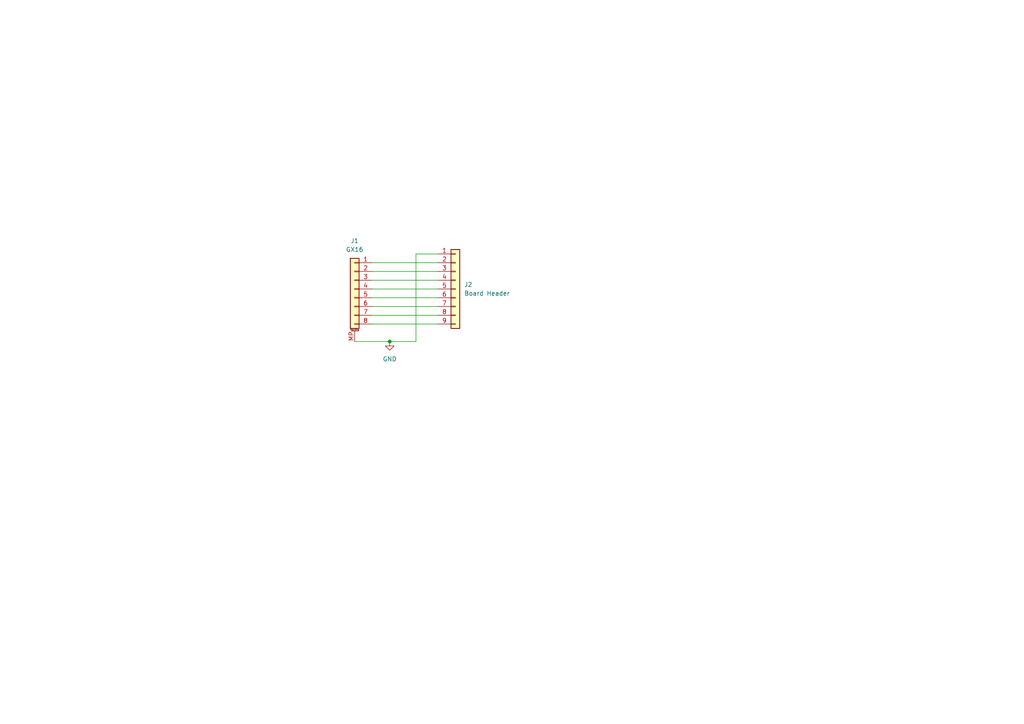
<source format=kicad_sch>
(kicad_sch (version 20211123) (generator eeschema)
  (paper "A4")
  (lib_symbols
    (symbol "Connector_Generic:Conn_01x09" (pin_names (offset 1.016) hide)
      (property "Reference" "J" (at 0 12.7 0))
      (property "Value" "Conn_01x09" (at 0 -12.7 0))
      (symbol "Conn_01x09_1_1"
        (rectangle (start -1.27 -10.033) (end 0 -10.287) (stroke (width 0.1524)))
        (rectangle (start -1.27 -7.493) (end 0 -7.747) (stroke (width 0.1524)))
        (rectangle (start -1.27 -4.953) (end 0 -5.207) (stroke (width 0.1524)))
        (rectangle (start -1.27 -2.413) (end 0 -2.667) (stroke (width 0.1524)))
        (rectangle (start -1.27 0.127) (end 0 -0.127) (stroke (width 0.1524)))
        (rectangle (start -1.27 2.667) (end 0 2.413) (stroke (width 0.1524)))
        (rectangle (start -1.27 5.207) (end 0 4.953) (stroke (width 0.1524)))
        (rectangle (start -1.27 7.747) (end 0 7.493) (stroke (width 0.1524)))
        (rectangle (start -1.27 10.287) (end 0 10.033) (stroke (width 0.1524)))
        (rectangle (start -1.27 11.43) (end 1.27 -11.43) (stroke (width 0.254)) (fill (type background)))
        (pin passive line (at -5.08 10.16 0) (length 3.81) (name "Pin_1") (number "1"))
        (pin passive line (at -5.08 7.62 0) (length 3.81) (name "Pin_2") (number "2"))
        (pin passive line (at -5.08 5.08 0) (length 3.81) (name "Pin_3") (number "3"))
        (pin passive line (at -5.08 2.54 0) (length 3.81) (name "Pin_4") (number "4"))
        (pin passive line (at -5.08 0 0) (length 3.81) (name "Pin_5") (number "5"))
        (pin passive line (at -5.08 -2.54 0) (length 3.81) (name "Pin_6") (number "6"))
        (pin passive line (at -5.08 -5.08 0) (length 3.81) (name "Pin_7") (number "7"))
        (pin passive line (at -5.08 -7.62 0) (length 3.81) (name "Pin_8") (number "8"))
        (pin passive line (at -5.08 -10.16 0) (length 3.81) (name "Pin_9") (number "9"))
      )
    )
    (symbol "Connector_Generic_MountingPin:Conn_01x08_MountingPin" (pin_names (offset 1.016) hide)
      (property "Reference" "J" (at 0 10.16 0))
      (property "Value" "Conn_01x08_MountingPin" (at 1.27 -12.7 0))
      (symbol "Conn_01x08_MountingPin_1_1"
        (rectangle (start -1.27 -10.033) (end 0 -10.287) (stroke (width 0.1524)))
        (rectangle (start -1.27 -7.493) (end 0 -7.747) (stroke (width 0.1524)))
        (rectangle (start -1.27 -4.953) (end 0 -5.207) (stroke (width 0.1524)))
        (rectangle (start -1.27 -2.413) (end 0 -2.667) (stroke (width 0.1524)))
        (rectangle (start -1.27 0.127) (end 0 -0.127) (stroke (width 0.1524)))
        (rectangle (start -1.27 2.667) (end 0 2.413) (stroke (width 0.1524)))
        (rectangle (start -1.27 5.207) (end 0 4.953) (stroke (width 0.1524)))
        (rectangle (start -1.27 7.747) (end 0 7.493) (stroke (width 0.1524)))
        (rectangle (start -1.27 8.89) (end 1.27 -11.43) (stroke (width 0.254)) (fill (type background)))
        (polyline (pts (xy -1.016 -12.192) (xy 1.016 -12.192)) (stroke (width 0.1524)))
        (text "Mounting" (at 0 -11.811 0) (effects (font (size 0.381 0.381))))
        (pin passive line (at -5.08 7.62 0) (length 3.81) (name "Pin_1") (number "1"))
        (pin passive line (at -5.08 5.08 0) (length 3.81) (name "Pin_2") (number "2"))
        (pin passive line (at -5.08 2.54 0) (length 3.81) (name "Pin_3") (number "3"))
        (pin passive line (at -5.08 0 0) (length 3.81) (name "Pin_4") (number "4"))
        (pin passive line (at -5.08 -2.54 0) (length 3.81) (name "Pin_5") (number "5"))
        (pin passive line (at -5.08 -5.08 0) (length 3.81) (name "Pin_6") (number "6"))
        (pin passive line (at -5.08 -7.62 0) (length 3.81) (name "Pin_7") (number "7"))
        (pin passive line (at -5.08 -10.16 0) (length 3.81) (name "Pin_8") (number "8"))
        (pin passive line (at 0 -15.24 90) (length 3.048) (name "MountPin") (number "MP"))
      )
    )
    (symbol "power:GND" (power) (pin_names (offset 0))
      (property "Value" "GND" (at 0 -3.81 0))
      (symbol "GND_0_1"
        (polyline (pts (xy 0 0) (xy 0 -1.27) (xy 1.27 -1.27) (xy 0 -2.54) (xy -1.27 -1.27) (xy 0 -1.27)))
      )
      (symbol "GND_1_1"
        (pin power_in line (at 0 0 270) (length 0) hide (name "GND") (number "1"))
      )
    )
  )
  (junction (at 113.03 99.06))
  (wire (pts (xy 107.95 91.44) (xy 127 91.44)))
  (wire (pts (xy 120.65 73.66) (xy 127 73.66)))
  (wire (pts (xy 107.95 86.36) (xy 127 86.36)))
  (wire (pts (xy 113.03 99.06) (xy 120.65 99.06)))
  (wire (pts (xy 107.95 93.98) (xy 127 93.98)))
  (wire (pts (xy 107.95 83.82) (xy 127 83.82)))
  (wire (pts (xy 107.95 78.74) (xy 127 78.74)))
  (wire (pts (xy 102.87 99.06) (xy 113.03 99.06)))
  (wire (pts (xy 107.95 88.9) (xy 127 88.9)))
  (wire (pts (xy 107.95 81.28) (xy 127 81.28)))
  (wire (pts (xy 107.95 76.2) (xy 127 76.2)))
  (wire (pts (xy 120.65 99.06) (xy 120.65 73.66)))
  (symbol (lib_id "Connector_Generic_MountingPin:Conn_01x08_MountingPin") (at 102.87 83.82 0) (mirror y) (unit 1)
    (property "Reference" "J1" (at 102.87 69.85 0))
    (property "Value" "GX16" (at 102.87 72.39 0))
    (property "Footprint" "Libraries:Conn_GX16-8_8pin_Aviation" (effects hide))
  )
  (symbol (lib_id "power:GND") (at 113.03 99.06 0) (unit 1)
    (property "Reference" "#PWR01" (effects hide))
    (property "Value" "GND" (at 113.03 104.14 0))
  )
  (symbol (lib_id "Connector_Generic:Conn_01x09") (at 132.08 83.82 0) (unit 1)
    (property "Reference" "J2" (at 134.62 82.5499 0) (effects (justify left)))
    (property "Value" "Board Header" (at 134.62 85.0899 0) (effects (justify left)))
    (property "Footprint" "Connector_PinHeader_2.54mm:PinHeader_1x09_P2.54mm_Vertical" (effects hide))
  )
)
</source>
